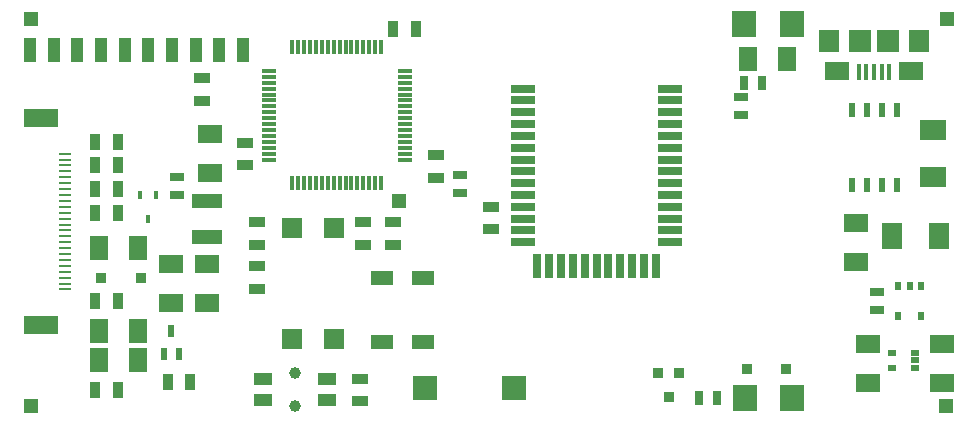
<source format=gbr>
G04 (created by PCBNEW (2013-june-11)-stable) date St 3. září 2014, 22:49:41 CEST*
%MOIN*%
G04 Gerber Fmt 3.4, Leading zero omitted, Abs format*
%FSLAX34Y34*%
G01*
G70*
G90*
G04 APERTURE LIST*
%ADD10C,0.00590551*%
%ADD11R,0.0708661X0.0708661*%
%ADD12R,0.0748031X0.0511811*%
%ADD13R,0.0315X0.0197*%
%ADD14R,0.0236X0.0394*%
%ADD15R,0.036X0.036*%
%ADD16R,0.02X0.03*%
%ADD17R,0.0335X0.0335*%
%ADD18R,0.02X0.045*%
%ADD19R,0.1X0.05*%
%ADD20R,0.06X0.08*%
%ADD21R,0.08X0.06*%
%ADD22R,0.055X0.035*%
%ADD23R,0.035X0.055*%
%ADD24R,0.045X0.025*%
%ADD25R,0.025X0.045*%
%ADD26R,0.018X0.028*%
%ADD27R,0.0610236X0.0393701*%
%ADD28C,0.0393701*%
%ADD29R,0.0394X0.0106*%
%ADD30R,0.11811X0.0590551*%
%ADD31R,0.0747X0.0747*%
%ADD32R,0.0748X0.0747*%
%ADD33R,0.0707X0.0747*%
%ADD34R,0.0825X0.0629*%
%ADD35R,0.0157X0.053*%
%ADD36R,0.0138X0.0512*%
%ADD37R,0.0512X0.0138*%
%ADD38R,0.0787X0.0906*%
%ADD39R,0.0866X0.0709*%
%ADD40R,0.0709X0.0866*%
%ADD41R,0.0275591X0.0787402*%
%ADD42R,0.0787402X0.0275591*%
%ADD43R,0.05X0.05*%
%ADD44R,0.0393701X0.0787402*%
%ADD45R,0.0787402X0.0787402*%
G04 APERTURE END LIST*
G54D10*
G54D11*
X55767Y-33385D03*
X55767Y-37086D03*
X54350Y-37086D03*
X54350Y-33385D03*
G54D12*
X58720Y-35059D03*
X58720Y-37185D03*
X57342Y-37185D03*
X57342Y-35059D03*
G54D13*
X75138Y-37539D03*
X75138Y-38051D03*
X75138Y-37795D03*
X74350Y-38051D03*
X74350Y-37539D03*
G54D14*
X50078Y-37578D03*
X50590Y-37578D03*
X50334Y-36830D03*
G54D15*
X67259Y-38222D03*
X66559Y-38222D03*
X66909Y-39022D03*
G54D16*
X74565Y-35326D03*
X75315Y-35326D03*
X74565Y-36326D03*
X74940Y-35326D03*
X75315Y-36326D03*
G54D17*
X48002Y-35039D03*
X49320Y-35039D03*
X70836Y-38090D03*
X69518Y-38090D03*
G54D18*
X73009Y-31958D03*
X73509Y-31958D03*
X74009Y-31958D03*
X74509Y-31958D03*
X74509Y-29458D03*
X74009Y-29458D03*
X73509Y-29458D03*
X73009Y-29458D03*
G54D19*
X51515Y-32470D03*
X51515Y-33670D03*
G54D20*
X69566Y-27755D03*
X70866Y-27755D03*
G54D21*
X51614Y-31555D03*
X51614Y-30255D03*
X73169Y-33208D03*
X73169Y-34508D03*
G54D20*
X47912Y-34055D03*
X49212Y-34055D03*
G54D21*
X50334Y-34586D03*
X50334Y-35886D03*
G54D20*
X47912Y-36811D03*
X49212Y-36811D03*
G54D21*
X51515Y-34586D03*
X51515Y-35886D03*
G54D20*
X47912Y-37795D03*
X49212Y-37795D03*
G54D21*
X76023Y-38543D03*
X76023Y-37243D03*
X73562Y-38543D03*
X73562Y-37243D03*
G54D22*
X56732Y-33937D03*
X56732Y-33187D03*
X57716Y-33937D03*
X57716Y-33187D03*
X61003Y-32676D03*
X61003Y-33426D03*
X53188Y-33937D03*
X53188Y-33187D03*
X53188Y-35414D03*
X53188Y-34664D03*
X56633Y-39154D03*
X56633Y-38404D03*
X52775Y-31300D03*
X52775Y-30550D03*
G54D23*
X50215Y-38503D03*
X50965Y-38503D03*
X57735Y-26751D03*
X58485Y-26751D03*
G54D22*
X59153Y-30963D03*
X59153Y-31713D03*
X51358Y-28384D03*
X51358Y-29134D03*
G54D23*
X48544Y-38779D03*
X47794Y-38779D03*
X48544Y-30511D03*
X47794Y-30511D03*
X48544Y-31299D03*
X47794Y-31299D03*
X48544Y-35826D03*
X47794Y-35826D03*
X48544Y-32874D03*
X47794Y-32874D03*
X48544Y-32086D03*
X47794Y-32086D03*
G54D24*
X69330Y-29630D03*
X69330Y-29030D03*
G54D25*
X69424Y-28543D03*
X70024Y-28543D03*
X68508Y-39055D03*
X67908Y-39055D03*
G54D24*
X59940Y-31609D03*
X59940Y-32209D03*
X50531Y-32288D03*
X50531Y-31688D03*
X73858Y-36126D03*
X73858Y-35526D03*
G54D26*
X49287Y-32277D03*
X49807Y-32277D03*
X49547Y-33077D03*
G54D27*
X55531Y-39133D03*
X55531Y-38425D03*
X53405Y-39133D03*
X53405Y-38425D03*
G54D28*
X54468Y-38228D03*
X54468Y-39330D03*
G54D29*
X46791Y-30905D03*
X46791Y-31102D03*
X46791Y-31299D03*
X46791Y-31496D03*
X46791Y-31692D03*
X46791Y-31889D03*
X46791Y-32086D03*
X46791Y-32283D03*
X46791Y-32480D03*
X46791Y-32677D03*
X46791Y-32874D03*
X46791Y-33070D03*
X46791Y-33267D03*
X46791Y-33464D03*
X46791Y-33661D03*
X46791Y-33858D03*
X46791Y-34055D03*
X46791Y-34251D03*
X46791Y-34448D03*
X46791Y-34645D03*
X46791Y-34842D03*
X46791Y-35039D03*
X46791Y-35236D03*
X46791Y-35433D03*
G54D30*
X46003Y-36614D03*
X46003Y-29724D03*
G54D31*
X73287Y-27144D03*
G54D32*
X74231Y-27144D03*
G54D33*
X75255Y-27144D03*
G54D34*
X72539Y-28148D03*
G54D35*
X73248Y-28198D03*
X73504Y-28198D03*
X73759Y-28198D03*
X74014Y-28198D03*
X74270Y-28198D03*
G54D34*
X74979Y-28148D03*
G54D33*
X72263Y-27144D03*
G54D36*
X56732Y-31889D03*
X56535Y-31889D03*
X56338Y-31889D03*
X56141Y-31889D03*
X55944Y-31889D03*
X57322Y-31889D03*
X57126Y-31889D03*
X56929Y-31889D03*
G54D37*
X53582Y-31101D03*
X53582Y-30905D03*
X53582Y-30708D03*
X53582Y-30511D03*
X53582Y-30314D03*
X53582Y-30117D03*
X53582Y-29920D03*
X53582Y-29723D03*
G54D36*
X54370Y-27361D03*
X54566Y-27361D03*
X54763Y-27361D03*
X54960Y-27361D03*
X55157Y-27361D03*
X55354Y-27361D03*
X55551Y-27361D03*
X55748Y-27361D03*
G54D37*
X58110Y-28149D03*
X58110Y-28345D03*
X58110Y-28542D03*
X58110Y-28739D03*
X58110Y-28936D03*
X58110Y-29133D03*
X58110Y-29330D03*
X58110Y-29527D03*
G54D36*
X55748Y-31889D03*
X55551Y-31889D03*
X55354Y-31889D03*
G54D37*
X53582Y-29527D03*
X53582Y-29330D03*
X53582Y-29133D03*
G54D36*
X55944Y-27361D03*
X56141Y-27361D03*
X56338Y-27361D03*
G54D37*
X58110Y-29723D03*
X58110Y-29920D03*
X58110Y-30117D03*
G54D36*
X55157Y-31889D03*
X54960Y-31889D03*
X54763Y-31889D03*
X54566Y-31889D03*
X54370Y-31889D03*
G54D37*
X53582Y-28936D03*
X53582Y-28739D03*
X53582Y-28542D03*
X53582Y-28345D03*
X53582Y-28149D03*
G54D36*
X56535Y-27361D03*
X56732Y-27361D03*
X56929Y-27361D03*
X57126Y-27361D03*
X57322Y-27361D03*
G54D37*
X58110Y-30314D03*
X58110Y-30511D03*
X58110Y-30708D03*
X58110Y-30905D03*
X58110Y-31101D03*
G54D38*
X71007Y-26574D03*
X69425Y-26574D03*
G54D39*
X75728Y-30115D03*
X75728Y-31695D03*
G54D40*
X74347Y-33661D03*
X75927Y-33661D03*
G54D41*
X66476Y-34645D03*
X66082Y-34645D03*
X65688Y-34645D03*
X65295Y-34645D03*
X64901Y-34645D03*
X64507Y-34645D03*
X64114Y-34645D03*
X63720Y-34645D03*
X63326Y-34645D03*
X62933Y-34645D03*
X62539Y-34645D03*
G54D42*
X62047Y-33858D03*
X62047Y-33464D03*
X62047Y-33070D03*
X62047Y-32677D03*
X62047Y-32283D03*
X62047Y-31889D03*
X62047Y-31496D03*
X62047Y-31102D03*
X62047Y-30708D03*
X62047Y-30314D03*
X62047Y-29921D03*
X62047Y-29527D03*
X62047Y-29133D03*
X62047Y-28740D03*
X66968Y-28740D03*
X66968Y-29133D03*
X66968Y-29527D03*
X66968Y-29921D03*
X66968Y-30314D03*
X66968Y-30708D03*
X66968Y-31102D03*
X66968Y-31496D03*
X66968Y-31889D03*
X66968Y-32283D03*
X66968Y-32677D03*
X66968Y-33070D03*
X66968Y-33464D03*
X66968Y-33858D03*
G54D43*
X57913Y-32480D03*
G54D44*
X45629Y-27460D03*
X46417Y-27460D03*
X47204Y-27460D03*
X47992Y-27460D03*
X48779Y-27460D03*
X49566Y-27460D03*
X50354Y-27460D03*
X51141Y-27460D03*
X51929Y-27460D03*
X52716Y-27460D03*
G54D45*
X61751Y-38720D03*
X58799Y-38720D03*
G54D38*
X69445Y-39055D03*
X71027Y-39055D03*
G54D43*
X45669Y-26417D03*
X45649Y-39311D03*
X76200Y-26417D03*
X76161Y-39330D03*
M02*

</source>
